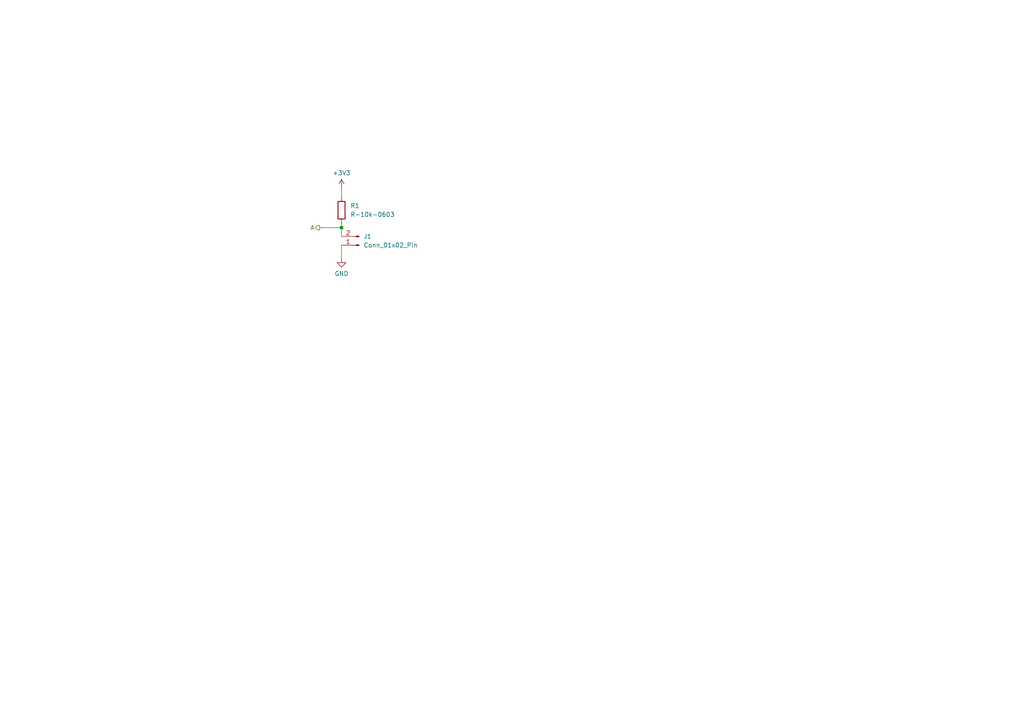
<source format=kicad_sch>
(kicad_sch (version 20230121) (generator eeschema)
  (paper "A4")
  (lib_symbols
    (symbol "+3V3_2" (power) (pin_names (offset 0))
      (property "Value" "+3V3_2" (at 0 3.556 0))
      (symbol "+3V3_2_0_1"
        (polyline (pts (xy -0.762 1.27) (xy 0 2.54)))
        (polyline (pts (xy 0 0) (xy 0 2.54)))
        (polyline (pts (xy 0 2.54) (xy 0.762 1.27)))
      )
      (symbol "+3V3_2_1_1"
        (pin power_in line (at 0 0 90) (length 0) hide (name "+3V3") (number "1"))
      )
    )
    (symbol "Connector:Conn_01x02_Pin" (pin_names (offset 1.016) hide)
      (property "Reference" "J" (at 0 2.54 0))
      (property "Value" "Conn_01x02_Pin" (at 0 -5.08 0))
      (symbol "Conn_01x02_Pin_1_1"
        (polyline (pts (xy 1.27 -2.54) (xy 0.8636 -2.54)) (stroke (width 0.1524)))
        (polyline (pts (xy 1.27 0) (xy 0.8636 0)) (stroke (width 0.1524)))
        (rectangle (start 0.8636 -2.413) (end 0 -2.667) (stroke (width 0.1524)) (fill (type outline)))
        (rectangle (start 0.8636 0.127) (end 0 -0.127) (stroke (width 0.1524)) (fill (type outline)))
        (pin passive line (at 5.08 0 180) (length 3.81) (name "Pin_1") (number "1"))
        (pin passive line (at 5.08 -2.54 180) (length 3.81) (name "Pin_2") (number "2"))
      )
    )
    (symbol "MyLib:R-10k-1206-0.1%" (pin_numbers hide) (pin_names (offset 0))
      (property "Reference" "R" (at 2.032 0 90))
      (property "Value" "R-10k-0603" (at -2.54 0 90))
      (symbol "R-10k-1206-0.1%_0_1"
        (rectangle (start -1.016 -2.54) (end 1.016 2.54) (stroke (width 0.254)))
      )
      (symbol "R-10k-1206-0.1%_1_1"
        (pin passive line (at 0 3.81 270) (length 1.27) (name "~") (number "1"))
        (pin passive line (at 0 -3.81 90) (length 1.27) (name "~") (number "2"))
      )
    )
    (symbol "power:GND" (power) (pin_names (offset 0))
      (property "Value" "GND" (at 0 -3.81 0))
      (symbol "GND_0_1"
        (polyline (pts (xy 0 0) (xy 0 -1.27) (xy 1.27 -1.27) (xy 0 -2.54) (xy -1.27 -1.27) (xy 0 -1.27)))
      )
      (symbol "GND_1_1"
        (pin power_in line (at 0 0 270) (length 0) hide (name "GND") (number "1"))
      )
    )
  )
  (junction (at 99.06 66.04))
  (wire (pts (xy 99.06 54.61) (xy 99.06 57.15)))
  (wire (pts (xy 92.71 66.04) (xy 99.06 66.04)))
  (wire (pts (xy 99.06 71.12) (xy 99.06 74.93)))
  (wire (pts (xy 99.06 64.77) (xy 99.06 66.04)))
  (wire (pts (xy 99.06 66.04) (xy 99.06 68.58)))
  (hierarchical_label "A" (shape output) (at 92.71 66.04 180))
  (symbol (lib_id "MyLib:R-10k-1206-0.1%") (at 99.06 60.96 0) (unit 1)
    (property "Reference" "R1" (at 101.6 59.69 0) (effects (justify left)))
    (property "Value" "R-10k-0603" (at 101.6 62.23 0) (effects (justify left)))
    (property "Footprint" "Resistor_SMD:R_0603_1608Metric_Pad0.98x0.95mm_HandSolder" (effects hide))
    (property "Datasheet" "https://www.digikey.at/de/products/detail/panasonic-electronic-components/ERJ-PB3B1002V/6212869" (effects hide))
    (property "P" "1/5W" (effects hide))
    (instances (project "usb-temp" (path "" (reference "R1") (unit 1)) (path "" (reference "R1") (unit 1)) (path "" (reference "R3") (unit 1)) (path "" (reference "R4") (unit 1)) (path "" (reference "R5") (unit 1)) (path "" (reference "R8") (unit 1)) (path "" (reference "R7") (unit 1)) (path "" (reference "R6") (unit 1)) (path "" (reference "R9") (unit 1))))
  )
  (symbol (lib_name "+3V3_2") (lib_id "power:+3V3") (at 99.06 54.61 0) (unit 1)
    (property "Reference" "#PWR08" (effects hide))
    (property "Value" "+3V3" (at 99.06 50.165 0))
    (instances (project "usb-temp" (path "" (reference "#PWR08") (unit 1)) (path "" (reference "#PWR01") (unit 1)) (path "" (reference "#PWR014") (unit 1)) (path "" (reference "#PWR016") (unit 1)) (path "" (reference "#PWR018") (unit 1)) (path "" (reference "#PWR024") (unit 1)) (path "" (reference "#PWR022") (unit 1)) (path "" (reference "#PWR020") (unit 1)) (path "" (reference "#PWR026") (unit 1))))
  )
  (symbol (lib_id "Connector:Conn_01x02_Pin") (at 104.14 71.12 180) (unit 1)
    (property "Reference" "J1" (at 105.41 68.58 0) (effects (justify right)))
    (property "Value" "Conn_01x02_Pin" (at 105.41 71.12 0) (effects (justify right)))
    (property "Footprint" "Connector_PinHeader_2.54mm:PinHeader_1x02_P2.54mm_Vertical" (effects hide))
    (instances (project "usb-temp" (path "" (reference "J1") (unit 1)) (path "" (reference "J1") (unit 1)) (path "" (reference "J4") (unit 1)) (path "" (reference "J5") (unit 1)) (path "" (reference "J6") (unit 1)) (path "" (reference "J9") (unit 1)) (path "" (reference "J8") (unit 1)) (path "" (reference "J7") (unit 1)) (path "" (reference "J10") (unit 1))))
  )
  (symbol (lib_id "power:GND") (at 99.06 74.93 0) (unit 1)
    (property "Reference" "#PWR01" (effects hide))
    (property "Value" "GND" (at 99.06 79.375 0))
    (instances (project "usb-temp" (path "" (reference "#PWR01") (unit 1)) (path "" (reference "#PWR08") (unit 1)) (path "" (reference "#PWR015") (unit 1)) (path "" (reference "#PWR017") (unit 1)) (path "" (reference "#PWR019") (unit 1)) (path "" (reference "#PWR025") (unit 1)) (path "" (reference "#PWR023") (unit 1)) (path "" (reference "#PWR021") (unit 1)) (path "" (reference "#PWR027") (unit 1))))
  )
)
</source>
